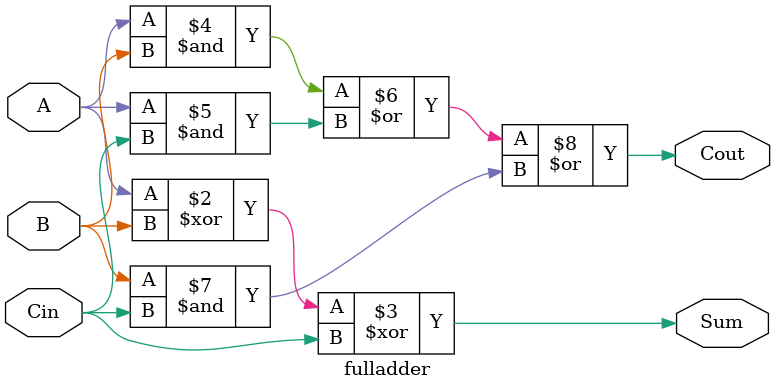
<source format=sv>
module fulladder (output logic Sum, Cout, input logic A, B, Cin);

always_comb
  begin
  Sum = A ^ B ^ Cin;
  Cout = A & B | A & Cin | B & Cin;
  end

endmodule 

</source>
